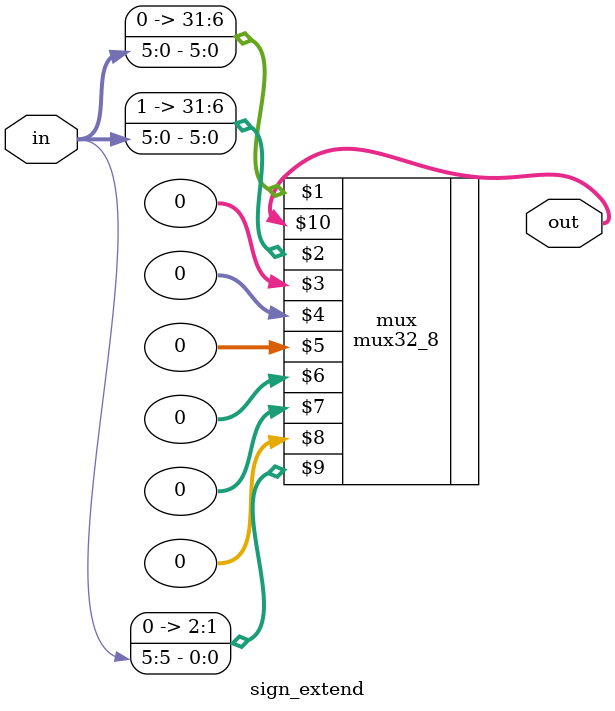
<source format=v>
module sign_extend(in,out);
	input [5:0] in;
	output [31:0] out;
	
	mux32_8 mux({26'd0,in},{26'b11111111111111111111111111,in},32'd0,32'd0,32'd0,32'd0,32'd0,32'd0,{2'd0,in[5]},out);

endmodule
</source>
